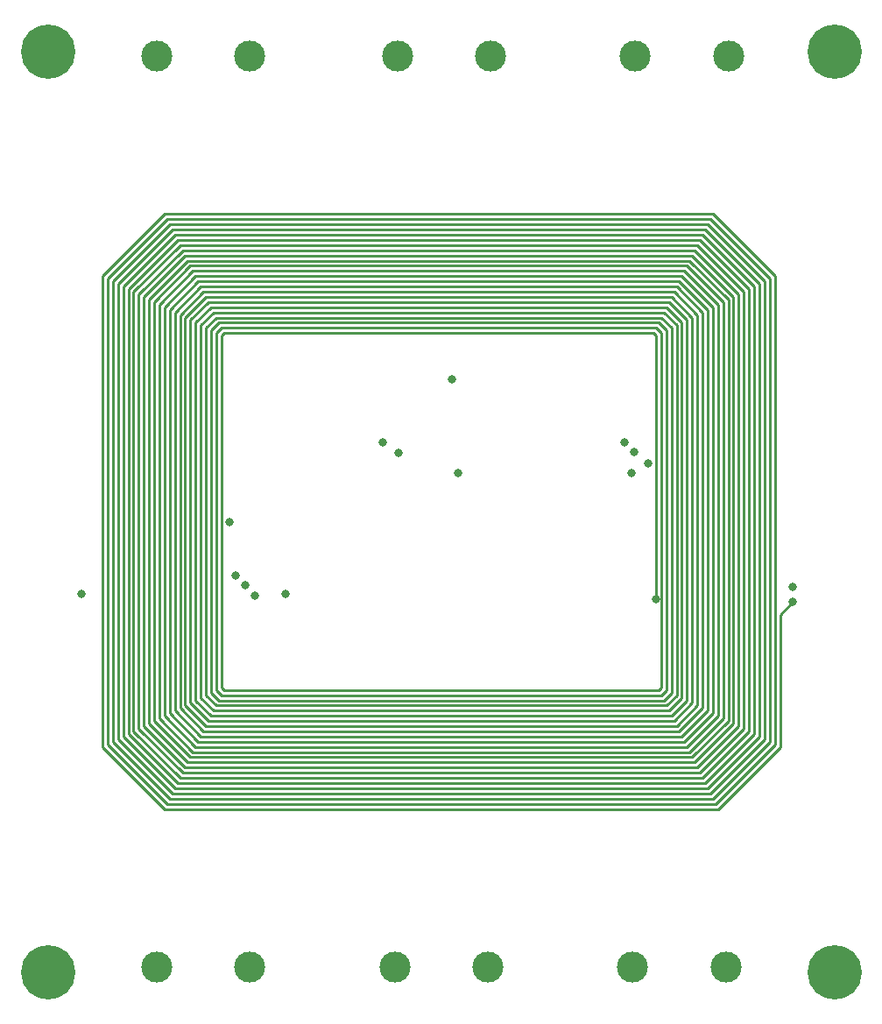
<source format=gbr>
%TF.GenerationSoftware,KiCad,Pcbnew,(5.1.10)-1*%
%TF.CreationDate,2022-06-07T20:11:27-07:00*%
%TF.ProjectId,solar-panel-NoCutout,736f6c61-722d-4706-916e-656c2d4e6f43,1.0*%
%TF.SameCoordinates,Original*%
%TF.FileFunction,Copper,L2,Inr*%
%TF.FilePolarity,Positive*%
%FSLAX46Y46*%
G04 Gerber Fmt 4.6, Leading zero omitted, Abs format (unit mm)*
G04 Created by KiCad (PCBNEW (5.1.10)-1) date 2022-06-07 20:11:27*
%MOMM*%
%LPD*%
G01*
G04 APERTURE LIST*
%TA.AperFunction,ComponentPad*%
%ADD10C,5.250000*%
%TD*%
%TA.AperFunction,ComponentPad*%
%ADD11C,3.000000*%
%TD*%
%TA.AperFunction,ViaPad*%
%ADD12C,0.800000*%
%TD*%
%TA.AperFunction,Conductor*%
%ADD13C,0.250000*%
%TD*%
G04 APERTURE END LIST*
D10*
%TO.N,Net-(J2-Pad1)*%
%TO.C,J2*%
X106500000Y-70300000D03*
%TD*%
%TO.N,Net-(J5-Pad1)*%
%TO.C,J5*%
X182500000Y-159300000D03*
%TD*%
%TO.N,Net-(J4-Pad1)*%
%TO.C,J4*%
X182500000Y-70300000D03*
%TD*%
%TO.N,Net-(J3-Pad1)*%
%TO.C,J3*%
X106500000Y-159300000D03*
%TD*%
D11*
%TO.N,GND*%
%TO.C,SC6*%
X172250000Y-70750000D03*
%TO.N,Net-(SC5-Pad2)*%
X163250000Y-70750000D03*
%TD*%
%TO.N,Net-(SC5-Pad2)*%
%TO.C,SC5*%
X163000000Y-158750000D03*
%TO.N,Net-(D3-Pad2)*%
X172000000Y-158750000D03*
%TD*%
%TO.N,GND*%
%TO.C,SC4*%
X149250000Y-70750000D03*
%TO.N,Net-(SC3-Pad2)*%
X140250000Y-70750000D03*
%TD*%
%TO.N,Net-(SC3-Pad2)*%
%TO.C,SC3*%
X140000000Y-158750000D03*
%TO.N,Net-(D2-Pad2)*%
X149000000Y-158750000D03*
%TD*%
%TO.N,GND*%
%TO.C,SC2*%
X126000000Y-70750000D03*
%TO.N,Net-(SC1-Pad2)*%
X117000000Y-70750000D03*
%TD*%
%TO.N,Net-(SC1-Pad2)*%
%TO.C,SC1*%
X117000000Y-158750000D03*
%TO.N,Net-(D1-Pad2)*%
X126000000Y-158750000D03*
%TD*%
D12*
%TO.N,GND*%
X124000000Y-115750000D03*
X145500000Y-102000000D03*
X164465000Y-110109000D03*
X109750000Y-122750000D03*
%TO.N,+3V3*%
X162877500Y-110998000D03*
X146113500Y-110998000D03*
X126499999Y-122864501D03*
%TO.N,VSOLAR*%
X129476500Y-122682000D03*
%TO.N,SDA*%
X162177001Y-108075001D03*
X138876499Y-108075001D03*
X124587000Y-120967500D03*
%TO.N,SCL*%
X163131500Y-109029500D03*
X140335000Y-109045000D03*
X125564504Y-121894996D03*
%TO.N,Net-(U2-Pad6)*%
X165250000Y-123250000D03*
X178500000Y-122000000D03*
X178500000Y-123500000D03*
%TD*%
D13*
%TO.N,Net-(U2-Pad6)*%
X123500000Y-97500000D02*
X123250000Y-97750000D01*
X165250000Y-97750000D02*
X165000000Y-97500000D01*
X123500000Y-132000000D02*
X123250000Y-131750000D01*
X165500000Y-132000000D02*
X123500000Y-132000000D01*
X165750000Y-131750000D02*
X165500000Y-132000000D01*
X165750000Y-97500000D02*
X165750000Y-131750000D01*
X165250000Y-97000000D02*
X165750000Y-97500000D01*
X123250000Y-97000000D02*
X165250000Y-97000000D01*
X122750000Y-97500000D02*
X123250000Y-97000000D01*
X122750000Y-132000000D02*
X122750000Y-97500000D01*
X123250000Y-132500000D02*
X122750000Y-132000000D01*
X165750000Y-132500000D02*
X123250000Y-132500000D01*
X166250000Y-132000000D02*
X165750000Y-132500000D01*
X166250000Y-97250000D02*
X166250000Y-132000000D01*
X165500000Y-96500000D02*
X166250000Y-97250000D01*
X123000000Y-96500000D02*
X165500000Y-96500000D01*
X122250000Y-97250000D02*
X123000000Y-96500000D01*
X122250000Y-132250000D02*
X122250000Y-97250000D01*
X123000000Y-133000000D02*
X122250000Y-132250000D01*
X166000000Y-133000000D02*
X123000000Y-133000000D01*
X166750000Y-132250000D02*
X166000000Y-133000000D01*
X166750000Y-97000000D02*
X166750000Y-132250000D01*
X165750000Y-96000000D02*
X166750000Y-97000000D01*
X122750000Y-96000000D02*
X165750000Y-96000000D01*
X121750000Y-97000000D02*
X122750000Y-96000000D01*
X121750000Y-132500000D02*
X121750000Y-97000000D01*
X122750000Y-133500000D02*
X121750000Y-132500000D01*
X166250000Y-133500000D02*
X122750000Y-133500000D01*
X167250000Y-132500000D02*
X166250000Y-133500000D01*
X167250000Y-96750000D02*
X167250000Y-132500000D01*
X166000000Y-95500000D02*
X167250000Y-96750000D01*
X122500000Y-95500000D02*
X166000000Y-95500000D01*
X121250000Y-96750000D02*
X122500000Y-95500000D01*
X121250000Y-132750000D02*
X121250000Y-96750000D01*
X122500000Y-134000000D02*
X121250000Y-132750000D01*
X166500000Y-134000000D02*
X122500000Y-134000000D01*
X167750000Y-132750000D02*
X166500000Y-134000000D01*
X167750000Y-96500000D02*
X167750000Y-132750000D01*
X166250000Y-95000000D02*
X167750000Y-96500000D01*
X122250000Y-95000000D02*
X166250000Y-95000000D01*
X120750000Y-96500000D02*
X122250000Y-95000000D01*
X120750000Y-133000000D02*
X120750000Y-96500000D01*
X122250000Y-134500000D02*
X120750000Y-133000000D01*
X166750000Y-134500000D02*
X122250000Y-134500000D01*
X168250000Y-133000000D02*
X166750000Y-134500000D01*
X168250000Y-96250000D02*
X168250000Y-133000000D01*
X166500000Y-94500000D02*
X168250000Y-96250000D01*
X122000000Y-94500000D02*
X166500000Y-94500000D01*
X120250000Y-96250000D02*
X122000000Y-94500000D01*
X120250000Y-133250000D02*
X120250000Y-96250000D01*
X122000000Y-135000000D02*
X120250000Y-133250000D01*
X167000000Y-135000000D02*
X122000000Y-135000000D01*
X168750000Y-133250000D02*
X167000000Y-135000000D01*
X168750000Y-96000000D02*
X168750000Y-133250000D01*
X166750000Y-94000000D02*
X168750000Y-96000000D01*
X121750000Y-94000000D02*
X166750000Y-94000000D01*
X119750000Y-96000000D02*
X121750000Y-94000000D01*
X119750000Y-133500000D02*
X119750000Y-96000000D01*
X121750000Y-135500000D02*
X119750000Y-133500000D01*
X167250000Y-135500000D02*
X121750000Y-135500000D01*
X169250000Y-133500000D02*
X167250000Y-135500000D01*
X169250000Y-95750000D02*
X169250000Y-133500000D01*
X167000000Y-93500000D02*
X169250000Y-95750000D01*
X173750000Y-135750000D02*
X169500000Y-140000000D01*
X169250000Y-89000000D02*
X173750000Y-93500000D01*
X119250000Y-89000000D02*
X169250000Y-89000000D01*
X114750000Y-93500000D02*
X119250000Y-89000000D01*
X114750000Y-136000000D02*
X114750000Y-93500000D01*
X174250000Y-136000000D02*
X169750000Y-140500000D01*
X174250000Y-93250000D02*
X174250000Y-136000000D01*
X169500000Y-88500000D02*
X174250000Y-93250000D01*
X119000000Y-88500000D02*
X169500000Y-88500000D01*
X174750000Y-136250000D02*
X170000000Y-141000000D01*
X118750000Y-88000000D02*
X169750000Y-88000000D01*
X119250000Y-140500000D02*
X114750000Y-136000000D01*
X113750000Y-93000000D02*
X118750000Y-88000000D01*
X113750000Y-136500000D02*
X113750000Y-93000000D01*
X118750000Y-141500000D02*
X113750000Y-136500000D01*
X170750000Y-134250000D02*
X168000000Y-137000000D01*
X170000000Y-141000000D02*
X119000000Y-141000000D01*
X170250000Y-141500000D02*
X118750000Y-141500000D01*
X175250000Y-136500000D02*
X170250000Y-141500000D01*
X175250000Y-92750000D02*
X175250000Y-136500000D01*
X170000000Y-87500000D02*
X175250000Y-92750000D01*
X118500000Y-87500000D02*
X170000000Y-87500000D01*
X167750000Y-92000000D02*
X170750000Y-95000000D01*
X118000000Y-143000000D02*
X112250000Y-137250000D01*
X171250000Y-143500000D02*
X117750000Y-143500000D01*
X121250000Y-93000000D02*
X167250000Y-93000000D01*
X176750000Y-137250000D02*
X171000000Y-143000000D01*
X169750000Y-95500000D02*
X169750000Y-133750000D01*
X174750000Y-93000000D02*
X174750000Y-136250000D01*
X170750000Y-86000000D02*
X176750000Y-92000000D01*
X118500000Y-142000000D02*
X113250000Y-136750000D01*
X112250000Y-137250000D02*
X112250000Y-92250000D01*
X111750000Y-92000000D02*
X117750000Y-86000000D01*
X118250000Y-87000000D02*
X170250000Y-87000000D01*
X111750000Y-137500000D02*
X111750000Y-92000000D01*
X117750000Y-143500000D02*
X111750000Y-137500000D01*
X173750000Y-93500000D02*
X173750000Y-135750000D01*
X171000000Y-143000000D02*
X118000000Y-143000000D01*
X167500000Y-92500000D02*
X170250000Y-95250000D01*
X114250000Y-93250000D02*
X119000000Y-88500000D01*
X113250000Y-136750000D02*
X113250000Y-92750000D01*
X121000000Y-92500000D02*
X167500000Y-92500000D01*
X177250000Y-137500000D02*
X171250000Y-143500000D01*
X169750000Y-133750000D02*
X167500000Y-136000000D01*
X114250000Y-136250000D02*
X114250000Y-93250000D01*
X117750000Y-86000000D02*
X170750000Y-86000000D01*
X119000000Y-141000000D02*
X114250000Y-136250000D01*
X113250000Y-92750000D02*
X118500000Y-87500000D01*
X121250000Y-136500000D02*
X118750000Y-134000000D01*
X112250000Y-92250000D02*
X118000000Y-86500000D01*
X167750000Y-136500000D02*
X121250000Y-136500000D01*
X169750000Y-140500000D02*
X119250000Y-140500000D01*
X169750000Y-88000000D02*
X174750000Y-93000000D01*
X118000000Y-86500000D02*
X170500000Y-86500000D01*
X117250000Y-134750000D02*
X117250000Y-94750000D01*
X175750000Y-92500000D02*
X175750000Y-136750000D01*
X170500000Y-86500000D02*
X176250000Y-92250000D01*
X121500000Y-136000000D02*
X119250000Y-133750000D01*
X176250000Y-92250000D02*
X176250000Y-137000000D01*
X170250000Y-87000000D02*
X175750000Y-92500000D01*
X176250000Y-137000000D02*
X170750000Y-142500000D01*
X170750000Y-142500000D02*
X118250000Y-142500000D01*
X121000000Y-137000000D02*
X118250000Y-134250000D01*
X118250000Y-142500000D02*
X112750000Y-137000000D01*
X170750000Y-95000000D02*
X170750000Y-134250000D01*
X112750000Y-137000000D02*
X112750000Y-92500000D01*
X169500000Y-140000000D02*
X119500000Y-140000000D01*
X112750000Y-92500000D02*
X118250000Y-87000000D01*
X176750000Y-92000000D02*
X176750000Y-137250000D01*
X170250000Y-134000000D02*
X167750000Y-136500000D01*
X175750000Y-136750000D02*
X170500000Y-142000000D01*
X167250000Y-93000000D02*
X169750000Y-95500000D01*
X170500000Y-142000000D02*
X118500000Y-142000000D01*
X119500000Y-140000000D02*
X115250000Y-135750000D01*
X115250000Y-135750000D02*
X115250000Y-93750000D01*
X115250000Y-93750000D02*
X119500000Y-89500000D01*
X119500000Y-89500000D02*
X169000000Y-89500000D01*
X169000000Y-89500000D02*
X173250000Y-93750000D01*
X173250000Y-93750000D02*
X173250000Y-135500000D01*
X173250000Y-135500000D02*
X169250000Y-139500000D01*
X169250000Y-139500000D02*
X119750000Y-139500000D01*
X119750000Y-139500000D02*
X115750000Y-135500000D01*
X115750000Y-135500000D02*
X115750000Y-94000000D01*
X115750000Y-94000000D02*
X119750000Y-90000000D01*
X119750000Y-90000000D02*
X168750000Y-90000000D01*
X168750000Y-90000000D02*
X172750000Y-94000000D01*
X118750000Y-95500000D02*
X121250000Y-93000000D01*
X172750000Y-94000000D02*
X172750000Y-135250000D01*
X172750000Y-135250000D02*
X169000000Y-139000000D01*
X169000000Y-139000000D02*
X120000000Y-139000000D01*
X120000000Y-139000000D02*
X116250000Y-135250000D01*
X116250000Y-135250000D02*
X116250000Y-94250000D01*
X116250000Y-94250000D02*
X120000000Y-90500000D01*
X120000000Y-90500000D02*
X168500000Y-90500000D01*
X168500000Y-90500000D02*
X172250000Y-94250000D01*
X172250000Y-94250000D02*
X172250000Y-135000000D01*
X172250000Y-135000000D02*
X168750000Y-138500000D01*
X168750000Y-138500000D02*
X120250000Y-138500000D01*
X120250000Y-138500000D02*
X116750000Y-135000000D01*
X116750000Y-135000000D02*
X116750000Y-94500000D01*
X116750000Y-94500000D02*
X120250000Y-91000000D01*
X120250000Y-91000000D02*
X168250000Y-91000000D01*
X168250000Y-91000000D02*
X171750000Y-94500000D01*
X171750000Y-94500000D02*
X171750000Y-134750000D01*
X171750000Y-134750000D02*
X168500000Y-138000000D01*
X168500000Y-138000000D02*
X120500000Y-138000000D01*
X120500000Y-138000000D02*
X117250000Y-134750000D01*
X117250000Y-94750000D02*
X120500000Y-91500000D01*
X120500000Y-91500000D02*
X168000000Y-91500000D01*
X168000000Y-91500000D02*
X171250000Y-94750000D01*
X171250000Y-94750000D02*
X171250000Y-134500000D01*
X171250000Y-134500000D02*
X168250000Y-137500000D01*
X168250000Y-137500000D02*
X120750000Y-137500000D01*
X120750000Y-137500000D02*
X117750000Y-134500000D01*
X117750000Y-134500000D02*
X117750000Y-95000000D01*
X117750000Y-95000000D02*
X120750000Y-92000000D01*
X120750000Y-92000000D02*
X167750000Y-92000000D01*
X168000000Y-137000000D02*
X121000000Y-137000000D01*
X118250000Y-134250000D02*
X118250000Y-95250000D01*
X118250000Y-95250000D02*
X121000000Y-92500000D01*
X170250000Y-95250000D02*
X170250000Y-134000000D01*
X118750000Y-134000000D02*
X118750000Y-95500000D01*
X167500000Y-136000000D02*
X121500000Y-136000000D01*
X119250000Y-133750000D02*
X119250000Y-95750000D01*
X119250000Y-95750000D02*
X121500000Y-93500000D01*
X121500000Y-93500000D02*
X167000000Y-93500000D01*
X123250000Y-131750000D02*
X123250000Y-97750000D01*
X123500000Y-97500000D02*
X165000000Y-97500000D01*
X165250000Y-97750000D02*
X165250000Y-122000000D01*
X165250000Y-122000000D02*
X165250000Y-123250000D01*
X165250000Y-123250000D02*
X165250000Y-123250000D01*
X177250000Y-125250000D02*
X177250000Y-124750000D01*
X177250000Y-137500000D02*
X177250000Y-125250000D01*
X177250000Y-124750000D02*
X178500000Y-123500000D01*
%TD*%
M02*

</source>
